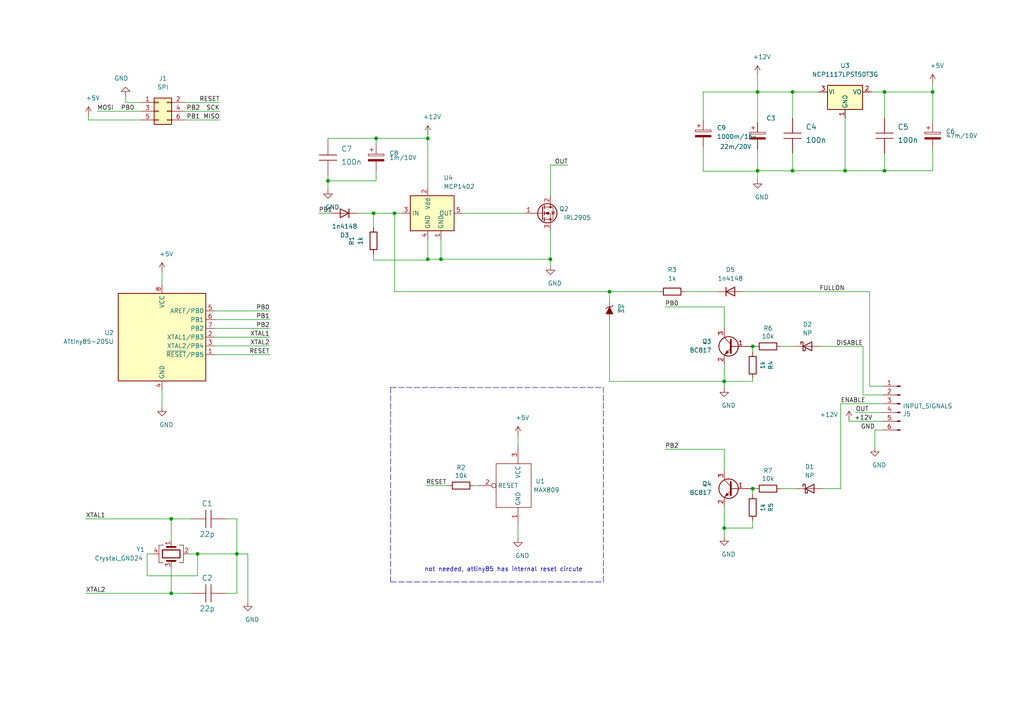
<source format=kicad_sch>
(kicad_sch (version 20200602) (host eeschema "5.99.0-unknown-6083c08~88~ubuntu18.04.1")
  (page 1 1)
  (paper "A4")
  (lib_symbols
    (symbol "Connector:Conn_01x06_Male" (pin_names hide)
      (property "Reference" "J" (at 0 7.62 0))
      (property "Value" "Conn_01x06_Male" (at 0 -10.16 0))
      (symbol "Conn_01x06_Male_1_1"
        (rectangle (start 0.8636 -7.493) (end 0 -7.747) (stroke (width 0.1524)) (fill (type outline)))
        (rectangle (start 0.8636 -4.953) (end 0 -5.207) (stroke (width 0.1524)) (fill (type outline)))
        (rectangle (start 0.8636 -2.413) (end 0 -2.667) (stroke (width 0.1524)) (fill (type outline)))
        (rectangle (start 0.8636 0.127) (end 0 -0.127) (stroke (width 0.1524)) (fill (type outline)))
        (rectangle (start 0.8636 2.667) (end 0 2.413) (stroke (width 0.1524)) (fill (type outline)))
        (rectangle (start 0.8636 5.207) (end 0 4.953) (stroke (width 0.1524)) (fill (type outline)))
        (polyline (pts (xy 1.27 -7.62) (xy 0.8636 -7.62)) (stroke (width 0.1524)))
        (polyline (pts (xy 1.27 -5.08) (xy 0.8636 -5.08)) (stroke (width 0.1524)))
        (polyline (pts (xy 1.27 -2.54) (xy 0.8636 -2.54)) (stroke (width 0.1524)))
        (polyline (pts (xy 1.27 0) (xy 0.8636 0)) (stroke (width 0.1524)))
        (polyline (pts (xy 1.27 2.54) (xy 0.8636 2.54)) (stroke (width 0.1524)))
        (polyline (pts (xy 1.27 5.08) (xy 0.8636 5.08)) (stroke (width 0.1524)))
        (pin passive line (at 5.08 5.08 180) (length 3.81) (name "Pin_1") (number "1"))
        (pin passive line (at 5.08 2.54 180) (length 3.81) (name "Pin_2") (number "2"))
        (pin passive line (at 5.08 0 180) (length 3.81) (name "Pin_3") (number "3"))
        (pin passive line (at 5.08 -2.54 180) (length 3.81) (name "Pin_4") (number "4"))
        (pin passive line (at 5.08 -5.08 180) (length 3.81) (name "Pin_5") (number "5"))
        (pin passive line (at 5.08 -7.62 180) (length 3.81) (name "Pin_6") (number "6"))
      )
    )
    (symbol "Connector_Generic:Conn_02x03_Odd_Even" (pin_names hide)
      (property "Reference" "J" (at 1.27 5.08 0))
      (property "Value" "Conn_02x03_Odd_Even" (at 1.27 -5.08 0))
      (symbol "Conn_02x03_Odd_Even_1_1"
        (rectangle (start -1.27 -2.413) (end 0 -2.667))
        (rectangle (start -1.27 0.127) (end 0 -0.127))
        (rectangle (start -1.27 2.667) (end 0 2.413))
        (rectangle (start -1.27 3.81) (end 3.81 -3.81) (stroke (width 0.254)) (fill (type background)))
        (rectangle (start 3.81 -2.413) (end 2.54 -2.667))
        (rectangle (start 3.81 0.127) (end 2.54 -0.127))
        (rectangle (start 3.81 2.667) (end 2.54 2.413))
        (pin passive line (at -5.08 2.54 0) (length 3.81) (name "Pin_1") (number "1"))
        (pin passive line (at 7.62 2.54 180) (length 3.81) (name "Pin_2") (number "2"))
        (pin passive line (at -5.08 0 0) (length 3.81) (name "Pin_3") (number "3"))
        (pin passive line (at 7.62 0 180) (length 3.81) (name "Pin_4") (number "4"))
        (pin passive line (at -5.08 -2.54 0) (length 3.81) (name "Pin_5") (number "5"))
        (pin passive line (at 7.62 -2.54 180) (length 3.81) (name "Pin_6") (number "6"))
      )
    )
    (symbol "Device:CP" (pin_numbers hide) (pin_names (offset 0.254))
      (property "Reference" "C" (at 0.635 2.54 0))
      (property "Value" "CP" (at 0.635 -2.54 0))
      (symbol "CP_0_1"
        (rectangle (start -2.286 0.508) (end 2.286 1.016))
        (rectangle (start 2.286 -0.508) (end -2.286 -1.016) (fill (type outline)))
        (polyline (pts (xy -1.778 2.286) (xy -0.762 2.286)))
        (polyline (pts (xy -1.27 2.794) (xy -1.27 1.778)))
      )
      (symbol "CP_1_1"
        (pin passive line (at 0 3.81 270) (length 2.794) (name "~") (number "1"))
        (pin passive line (at 0 -3.81 90) (length 2.794) (name "~") (number "2"))
      )
    )
    (symbol "Device:Crystal_GND24" (pin_names hide)
      (property "Reference" "Y" (at 3.175 5.08 0))
      (property "Value" "Crystal_GND24" (at 3.175 3.175 0))
      (symbol "Crystal_GND24_0_1"
        (rectangle (start -1.143 2.54) (end 1.143 -2.54) (stroke (width 0.3048)))
        (polyline (pts (xy -2.54 0) (xy -2.032 0)))
        (polyline (pts (xy -2.032 -1.27) (xy -2.032 1.27)) (stroke (width 0.508)))
        (polyline (pts (xy 0 -3.81) (xy 0 -3.556)))
        (polyline (pts (xy 0 3.556) (xy 0 3.81)))
        (polyline (pts (xy 2.032 -1.27) (xy 2.032 1.27)) (stroke (width 0.508)))
        (polyline (pts (xy 2.032 0) (xy 2.54 0)))
        (polyline (pts (xy -2.54 -2.286) (xy -2.54 -3.556) (xy 2.54 -3.556) (xy 2.54 -2.286)))
        (polyline (pts (xy -2.54 2.286) (xy -2.54 3.556) (xy 2.54 3.556) (xy 2.54 2.286)))
      )
      (symbol "Crystal_GND24_1_1"
        (pin passive line (at -3.81 0 0) (length 1.27) (name "1") (number "1"))
        (pin passive line (at 0 5.08 270) (length 1.27) (name "2") (number "2"))
        (pin passive line (at 3.81 0 180) (length 1.27) (name "3") (number "3"))
        (pin passive line (at 0 -5.08 90) (length 1.27) (name "4") (number "4"))
      )
    )
    (symbol "Device:D" (pin_numbers hide) (pin_names hide)
      (property "Reference" "D" (at 0 2.54 0))
      (property "Value" "D" (at 0 -2.54 0))
      (symbol "D_0_1"
        (polyline (pts (xy -1.27 1.27) (xy -1.27 -1.27)) (stroke (width 0.254)))
        (polyline (pts (xy 1.27 0) (xy -1.27 0)))
        (polyline (pts (xy 1.27 1.27) (xy 1.27 -1.27) (xy -1.27 0) (xy 1.27 1.27)) (stroke (width 0.254)))
      )
      (symbol "D_1_1"
        (pin passive line (at -3.81 0 0) (length 2.54) (name "K") (number "1"))
        (pin passive line (at 3.81 0 180) (length 2.54) (name "A") (number "2"))
      )
    )
    (symbol "Device:D_Schottky" (pin_numbers hide) (pin_names hide)
      (property "Reference" "D" (at 0 2.54 0))
      (property "Value" "D_Schottky" (at 0 -2.54 0))
      (symbol "D_Schottky_0_1"
        (polyline (pts (xy 1.27 0) (xy -1.27 0)))
        (polyline (pts (xy 1.27 1.27) (xy 1.27 -1.27) (xy -1.27 0) (xy 1.27 1.27)) (stroke (width 0.254)))
        (polyline (pts (xy -1.905 0.635) (xy -1.905 1.27) (xy -1.27 1.27) (xy -1.27 -1.27) (xy -0.635 -1.27) (xy -0.635 -0.635)) (stroke (width 0.254)))
      )
      (symbol "D_Schottky_1_1"
        (pin passive line (at -3.81 0 0) (length 2.54) (name "K") (number "1"))
        (pin passive line (at 3.81 0 180) (length 2.54) (name "A") (number "2"))
      )
    )
    (symbol "Device:Q_NMOS_GDS" (pin_names (offset 0) hide)
      (property "Reference" "Q" (at 5.08 1.27 0))
      (property "Value" "Q_NMOS_GDS" (at 5.08 -1.27 0))
      (symbol "Q_NMOS_GDS_0_1"
        (circle (center 1.651 0) (radius 2.794) (stroke (width 0.254)))
        (circle (center 2.54 -1.778) (radius 0.254) (fill (type outline)))
        (circle (center 2.54 1.778) (radius 0.254) (fill (type outline)))
        (polyline (pts (xy 0.254 0) (xy -2.54 0)))
        (polyline (pts (xy 0.254 1.905) (xy 0.254 -1.905)) (stroke (width 0.254)))
        (polyline (pts (xy 0.762 -1.27) (xy 0.762 -2.286)) (stroke (width 0.254)))
        (polyline (pts (xy 0.762 0.508) (xy 0.762 -0.508)) (stroke (width 0.254)))
        (polyline (pts (xy 0.762 2.286) (xy 0.762 1.27)) (stroke (width 0.254)))
        (polyline (pts (xy 2.54 2.54) (xy 2.54 1.778)))
        (polyline (pts (xy 2.54 -2.54) (xy 2.54 0) (xy 0.762 0)))
        (polyline (pts (xy 0.762 -1.778) (xy 3.302 -1.778) (xy 3.302 1.778) (xy 0.762 1.778)))
        (polyline (pts (xy 1.016 0) (xy 2.032 0.381) (xy 2.032 -0.381) (xy 1.016 0)) (fill (type outline)))
        (polyline (pts (xy 2.794 0.508) (xy 2.921 0.381) (xy 3.683 0.381) (xy 3.81 0.254)))
        (polyline (pts (xy 3.302 0.381) (xy 2.921 -0.254) (xy 3.683 -0.254) (xy 3.302 0.381)))
      )
      (symbol "Q_NMOS_GDS_1_1"
        (pin input line (at -5.08 0 0) (length 2.54) (name "G") (number "1"))
        (pin passive line (at 2.54 5.08 270) (length 2.54) (name "D") (number "2"))
        (pin passive line (at 2.54 -5.08 90) (length 2.54) (name "S") (number "3"))
      )
    )
    (symbol "Device:R" (pin_numbers hide) (pin_names (offset 0))
      (property "Reference" "R" (at 2.032 0 90))
      (property "Value" "R" (at 0 0 90))
      (symbol "R_0_1"
        (rectangle (start -1.016 -2.54) (end 1.016 2.54) (stroke (width 0.254)))
      )
      (symbol "R_1_1"
        (pin passive line (at 0 3.81 270) (length 1.27) (name "~") (number "1"))
        (pin passive line (at 0 -3.81 90) (length 1.27) (name "~") (number "2"))
      )
    )
    (symbol "Device:R_15" (pin_numbers hide) (pin_names (offset 0))
      (property "Reference" "R" (at 2.032 0 90))
      (property "Value" "R" (at 0 0 90))
      (symbol "R_15_0_1"
        (rectangle (start -1.016 -2.54) (end 1.016 2.54) (stroke (width 0.254)))
      )
      (symbol "R_15_1_1"
        (pin passive line (at 0 3.81 270) (length 1.27) (name "~") (number "1"))
        (pin passive line (at 0 -3.81 90) (length 1.27) (name "~") (number "2"))
      )
    )
    (symbol "Device:R_17" (pin_numbers hide) (pin_names (offset 0))
      (property "Reference" "R" (at 2.032 0 90))
      (property "Value" "R" (at 0 0 90))
      (symbol "R_17_0_1"
        (rectangle (start -1.016 -2.54) (end 1.016 2.54) (stroke (width 0.254)))
      )
      (symbol "R_17_1_1"
        (pin passive line (at 0 3.81 270) (length 1.27) (name "~") (number "1"))
        (pin passive line (at 0 -3.81 90) (length 1.27) (name "~") (number "2"))
      )
    )
    (symbol "Device:R_18" (pin_numbers hide) (pin_names (offset 0))
      (property "Reference" "R" (at 2.032 0 90))
      (property "Value" "R" (at 0 0 90))
      (symbol "R_18_0_1"
        (rectangle (start -1.016 -2.54) (end 1.016 2.54) (stroke (width 0.254)))
      )
      (symbol "R_18_1_1"
        (pin passive line (at 0 3.81 270) (length 1.27) (name "~") (number "1"))
        (pin passive line (at 0 -3.81 90) (length 1.27) (name "~") (number "2"))
      )
    )
    (symbol "Driver_FET_moje:MCP1402" (pin_names (offset 0.508))
      (property "Reference" "U" (at -5.08 6.35 0))
      (property "Value" "MCP1402" (at 1.27 6.35 0))
      (symbol "MCP1402_0_1"
        (rectangle (start -5.08 5.08) (end 7.62 -5.08) (stroke (width 0.254)) (fill (type background)))
      )
      (symbol "MCP1402_1_1"
        (pin unconnected line (at 7.62 -2.54 180) (length 2.54) hide (name "NC") (number "1"))
        (pin power_in line (at 0 7.62 270) (length 2.54) (name "Vdd") (number "2"))
        (pin input line (at -7.62 0 0) (length 2.54) (name "IN") (number "3"))
        (pin power_in line (at 0 -7.62 90) (length 2.54) (name "GND") (number "4"))
        (pin output line (at 10.16 0 180) (length 2.54) (name "OUT") (number "5"))
        (pin power_in line (at 3.81 -7.62 90) (length 2.54) (name "GND") (number "1"))
      )
    )
    (symbol "MAX809_810:MAX809"
      (property "Reference" "U" (at 5.08 -10.16 0))
      (property "Value" "MAX809" (at 3.81 -11.43 0))
      (symbol "MAX809_0_1"
        (rectangle (start -5.08 -8.89) (end -5.08 3.81))
        (rectangle (start -5.08 -8.89) (end 5.08 -8.89))
        (rectangle (start -5.08 3.81) (end 5.08 3.81))
        (rectangle (start 5.08 3.81) (end 5.08 -8.89))
      )
      (symbol "MAX809_1_1"
        (pin power_in line (at -1.27 -13.97 90) (length 5.08) (name "GND") (number "1"))
        (pin output inverted (at 10.16 -2.54 180) (length 5.08) (name "RESET") (number "2"))
        (pin power_in line (at -1.27 8.89 270) (length 5.08) (name "VCC") (number "3"))
      )
    )
    (symbol "MCU_Microchip_ATtiny:ATtiny85-20SU" (pin_names (offset 0.508))
      (property "Reference" "U" (at -12.7 13.97 0))
      (property "Value" "ATtiny85-20SU" (at 2.54 -13.97 0))
      (symbol "ATtiny85-20SU_0_1"
        (rectangle (start -12.7 -12.7) (end 12.7 12.7) (stroke (width 0.254)) (fill (type background)))
      )
      (symbol "ATtiny85-20SU_1_1"
        (pin bidirectional line (at 15.24 -5.08 180) (length 2.54) (name "~RESET~/PB5") (number "1"))
        (pin bidirectional line (at 15.24 0 180) (length 2.54) (name "XTAL1/PB3") (number "2"))
        (pin bidirectional line (at 15.24 -2.54 180) (length 2.54) (name "XTAL2/PB4") (number "3"))
        (pin power_in line (at 0 -15.24 90) (length 2.54) (name "GND") (number "4"))
        (pin bidirectional line (at 15.24 7.62 180) (length 2.54) (name "AREF/PB0") (number "5"))
        (pin bidirectional line (at 15.24 5.08 180) (length 2.54) (name "PB1") (number "6"))
        (pin bidirectional line (at 15.24 2.54 180) (length 2.54) (name "PB2") (number "7"))
        (pin power_in line (at 0 15.24 270) (length 2.54) (name "VCC") (number "8"))
      )
    )
    (symbol "Regulator_Linear:AP1117-50" (pin_names (offset 0.254))
      (property "Reference" "U" (at -3.81 3.175 0))
      (property "Value" "AP1117-50" (at 0 3.175 0))
      (symbol "AP1117-50_0_1"
        (rectangle (start -5.08 -5.08) (end 5.08 1.905) (stroke (width 0.254)) (fill (type background)))
      )
      (symbol "AP1117-50_1_1"
        (pin power_in line (at 0 -7.62 90) (length 2.54) (name "GND") (number "1"))
        (pin power_out line (at 7.62 0 180) (length 2.54) (name "VO") (number "2"))
        (pin power_in line (at -7.62 0 0) (length 2.54) (name "VI") (number "3"))
      )
    )
    (symbol "Transistor_BJT:BC817_13" (pin_names (offset 0) hide)
      (property "Reference" "Q" (at 5.08 1.905 0))
      (property "Value" "BC817" (at 5.08 0 0))
      (symbol "BC817_13_0_1"
        (circle (center 1.27 0) (radius 2.8194) (stroke (width 0.254)))
        (polyline (pts (xy 0.635 0.635) (xy 2.54 2.54)))
        (polyline (pts (xy 0.635 -0.635) (xy 2.54 -2.54) (xy 2.54 -2.54)))
        (polyline (pts (xy 0.635 1.905) (xy 0.635 -1.905) (xy 0.635 -1.905)) (stroke (width 0.508)))
        (polyline (pts (xy 1.27 -1.778) (xy 1.778 -1.27) (xy 2.286 -2.286) (xy 1.27 -1.778) (xy 1.27 -1.778)) (fill (type outline)))
      )
      (symbol "BC817_13_1_1"
        (pin input line (at -5.08 0 0) (length 5.715) (name "B") (number "1"))
        (pin passive line (at 2.54 -5.08 90) (length 2.54) (name "E") (number "2"))
        (pin passive line (at 2.54 5.08 270) (length 2.54) (name "C") (number "3"))
      )
    )
    (symbol "c:C" (pin_numbers hide) (pin_names (offset 0.254))
      (property "Reference" "C" (at 1.27 2.54 0))
      (property "Value" "C" (at 1.27 -2.54 0))
      (symbol "C_0_1"
        (polyline (pts (xy -2.54 -0.762) (xy 2.54 -0.762)) (stroke (width 0.2032)))
        (polyline (pts (xy -2.54 0.762) (xy 2.54 0.762)) (stroke (width 0.2032)))
      )
      (symbol "C_1_1"
        (pin passive line (at 0 5.08 270) (length 4.318) (name "~") (number "1"))
        (pin passive line (at 0 -5.08 90) (length 4.318) (name "~") (number "2"))
      )
    )
    (symbol "power:+12V" (power) (pin_names (offset 0))
      (property "Value" "+12V" (at 0 3.556 0))
      (symbol "+12V_0_1"
        (polyline (pts (xy -0.762 1.27) (xy 0 2.54)))
        (polyline (pts (xy 0 0) (xy 0 2.54)))
        (polyline (pts (xy 0 2.54) (xy 0.762 1.27)))
      )
      (symbol "+12V_1_1"
        (pin power_in line (at 0 0 90) (length 0) hide (name "+12V") (number "1"))
      )
    )
    (symbol "power:+5V" (power) (pin_names (offset 0))
      (property "Value" "+5V" (at 0 3.556 0))
      (symbol "+5V_0_1"
        (polyline (pts (xy -0.762 1.27) (xy 0 2.54)))
        (polyline (pts (xy 0 0) (xy 0 2.54)))
        (polyline (pts (xy 0 2.54) (xy 0.762 1.27)))
      )
      (symbol "+5V_1_1"
        (pin power_in line (at 0 0 90) (length 0) hide (name "+5V") (number "1"))
      )
    )
    (symbol "power:GND" (power) (pin_names (offset 0))
      (property "Value" "GND" (at 0 -3.81 0))
      (symbol "GND_0_1"
        (polyline (pts (xy 0 0) (xy 0 -1.27) (xy 1.27 -1.27) (xy 0 -2.54) (xy -1.27 -1.27) (xy 0 -1.27)))
      )
      (symbol "GND_1_1"
        (pin power_in line (at 0 0 270) (length 0) hide (name "GND") (number "1"))
      )
    )
    (symbol "tech-thing:ZENER" (pin_numbers hide) (pin_names hide)
      (property "Reference" "D" (at 0 2.54 0))
      (property "Value" "ZENER" (at 0 -2.54 0))
      (symbol "ZENER_0_1"
        (polyline (pts (xy -1.524 1.016) (xy -1.016 0.508) (xy -1.016 -0.508) (xy -0.508 -1.016)) (stroke (width 0.2032)))
        (polyline (pts (xy 1.016 1.016) (xy -1.016 0) (xy 1.016 -1.016) (xy 1.016 1.016)) (fill (type outline)))
      )
      (symbol "ZENER_1_1"
        (pin passive line (at -2.54 0 0) (length 1.524) (name "K") (number "1"))
        (pin passive line (at 2.54 0 180) (length 1.524) (name "A") (number "2"))
      )
    )
  )
  (junction (at 49.657 150.495))
  (junction (at 49.657 172.085))
  (junction (at 57.277 160.655))
  (junction (at 68.707 160.655))
  (junction (at 95.123 52.451))
  (junction (at 108.331 61.849))
  (junction (at 109.093 40.132))
  (junction (at 114.427 61.849))
  (junction (at 124.079 40.132))
  (junction (at 124.079 75.184))
  (junction (at 127.889 75.184))
  (junction (at 159.639 75.184))
  (junction (at 176.784 84.582))
  (junction (at 210.058 110.617))
  (junction (at 210.058 153.162))
  (junction (at 218.313 100.457))
  (junction (at 218.313 141.732))
  (junction (at 219.71 26.67))
  (junction (at 219.71 49.53))
  (junction (at 229.87 26.67))
  (junction (at 229.87 49.53))
  (junction (at 245.11 49.53))
  (junction (at 256.54 26.67))
  (junction (at 256.54 49.53))
  (junction (at 270.51 26.67))
  (wire (pts (xy 24.892 150.495) (xy 49.657 150.495)))
  (wire (pts (xy 25.654 33.528) (xy 25.654 34.798)))
  (wire (pts (xy 25.654 34.798) (xy 40.894 34.798)))
  (wire (pts (xy 28.194 32.258) (xy 40.894 32.258)))
  (wire (pts (xy 36.449 27.813) (xy 36.449 29.718)))
  (wire (pts (xy 36.449 29.718) (xy 40.894 29.718)))
  (wire (pts (xy 42.672 160.655) (xy 42.672 167.005)))
  (wire (pts (xy 42.672 167.005) (xy 57.277 167.005)))
  (wire (pts (xy 44.577 160.655) (xy 42.672 160.655)))
  (wire (pts (xy 46.99 78.74) (xy 46.99 82.55)))
  (wire (pts (xy 46.99 113.03) (xy 46.99 118.11)))
  (wire (pts (xy 49.657 150.495) (xy 49.657 156.845)))
  (wire (pts (xy 49.657 150.495) (xy 55.372 150.495)))
  (wire (pts (xy 49.657 164.465) (xy 49.657 172.085)))
  (wire (pts (xy 49.657 172.085) (xy 24.892 172.085)))
  (wire (pts (xy 49.657 172.085) (xy 55.372 172.085)))
  (wire (pts (xy 53.594 29.718) (xy 63.754 29.718)))
  (wire (pts (xy 53.594 32.258) (xy 63.754 32.258)))
  (wire (pts (xy 53.594 34.798) (xy 63.754 34.798)))
  (wire (pts (xy 57.277 160.655) (xy 54.737 160.655)))
  (wire (pts (xy 57.277 160.655) (xy 68.707 160.655)))
  (wire (pts (xy 57.277 167.005) (xy 57.277 160.655)))
  (wire (pts (xy 62.23 90.17) (xy 78.232 90.17)))
  (wire (pts (xy 62.23 92.71) (xy 78.232 92.71)))
  (wire (pts (xy 62.23 95.25) (xy 78.232 95.25)))
  (wire (pts (xy 62.23 97.79) (xy 78.232 97.79)))
  (wire (pts (xy 62.23 100.33) (xy 78.232 100.33)))
  (wire (pts (xy 62.23 102.87) (xy 78.232 102.87)))
  (wire (pts (xy 65.532 150.495) (xy 68.707 150.495)))
  (wire (pts (xy 68.707 150.495) (xy 68.707 160.655)))
  (wire (pts (xy 68.707 160.655) (xy 68.707 172.085)))
  (wire (pts (xy 68.707 160.655) (xy 71.882 160.655)))
  (wire (pts (xy 68.707 172.085) (xy 65.532 172.085)))
  (wire (pts (xy 71.882 174.625) (xy 71.882 160.655)))
  (wire (pts (xy 92.456 61.849) (xy 96.139 61.849)))
  (wire (pts (xy 95.123 40.132) (xy 109.093 40.132)))
  (wire (pts (xy 95.123 40.64) (xy 95.123 40.132)))
  (wire (pts (xy 95.123 52.451) (xy 95.123 50.8)))
  (wire (pts (xy 95.123 52.451) (xy 95.123 54.991)))
  (wire (pts (xy 103.759 61.849) (xy 108.331 61.849)))
  (wire (pts (xy 108.331 61.849) (xy 108.331 66.04)))
  (wire (pts (xy 108.331 61.849) (xy 114.427 61.849)))
  (wire (pts (xy 108.331 73.66) (xy 108.331 75.438)))
  (wire (pts (xy 108.331 75.438) (xy 124.079 75.438)))
  (wire (pts (xy 109.093 40.132) (xy 109.093 41.91)))
  (wire (pts (xy 109.093 40.132) (xy 124.079 40.132)))
  (wire (pts (xy 109.093 49.53) (xy 109.093 52.451)))
  (wire (pts (xy 109.093 52.451) (xy 95.123 52.451)))
  (wire (pts (xy 114.427 61.849) (xy 116.459 61.849)))
  (wire (pts (xy 114.427 84.582) (xy 114.427 61.849)))
  (wire (pts (xy 114.427 84.582) (xy 176.784 84.582)))
  (wire (pts (xy 123.571 140.843) (xy 129.921 140.843)))
  (wire (pts (xy 124.079 38.989) (xy 124.079 40.132)))
  (wire (pts (xy 124.079 40.132) (xy 124.079 54.229)))
  (wire (pts (xy 124.079 75.184) (xy 124.079 69.469)))
  (wire (pts (xy 124.079 75.184) (xy 127.889 75.184)))
  (wire (pts (xy 124.079 75.438) (xy 124.079 75.184)))
  (wire (pts (xy 127.889 69.469) (xy 127.889 75.184)))
  (wire (pts (xy 127.889 75.184) (xy 159.639 75.184)))
  (wire (pts (xy 134.239 61.849) (xy 152.019 61.849)))
  (wire (pts (xy 137.541 140.843) (xy 138.811 140.843)))
  (wire (pts (xy 150.241 126.238) (xy 150.241 129.413)))
  (wire (pts (xy 150.241 152.273) (xy 150.241 156.083)))
  (wire (pts (xy 159.639 47.879) (xy 159.639 56.769)))
  (wire (pts (xy 159.639 66.929) (xy 159.639 75.184)))
  (wire (pts (xy 159.639 75.184) (xy 159.639 77.089)))
  (wire (pts (xy 164.719 47.879) (xy 159.639 47.879)))
  (wire (pts (xy 176.784 84.582) (xy 176.784 87.503)))
  (wire (pts (xy 176.784 84.582) (xy 191.135 84.582)))
  (wire (pts (xy 176.784 92.583) (xy 176.784 110.617)))
  (wire (pts (xy 176.784 110.617) (xy 210.058 110.617)))
  (wire (pts (xy 192.913 89.027) (xy 210.058 89.027)))
  (wire (pts (xy 192.913 130.302) (xy 210.058 130.302)))
  (wire (pts (xy 203.962 26.67) (xy 203.962 34.925)))
  (wire (pts (xy 203.962 42.545) (xy 203.962 49.657)))
  (wire (pts (xy 203.962 49.657) (xy 219.71 49.657)))
  (wire (pts (xy 208.026 84.582) (xy 198.755 84.582)))
  (wire (pts (xy 210.058 95.377) (xy 210.058 89.027)))
  (wire (pts (xy 210.058 105.537) (xy 210.058 110.617)))
  (wire (pts (xy 210.058 110.617) (xy 210.058 112.522)))
  (wire (pts (xy 210.058 136.652) (xy 210.058 130.302)))
  (wire (pts (xy 210.058 146.812) (xy 210.058 153.162)))
  (wire (pts (xy 210.058 153.162) (xy 210.058 155.702)))
  (wire (pts (xy 217.678 100.457) (xy 218.313 100.457)))
  (wire (pts (xy 217.678 141.732) (xy 218.313 141.732)))
  (wire (pts (xy 218.313 100.457) (xy 218.313 102.108)))
  (wire (pts (xy 218.313 100.457) (xy 218.948 100.457)))
  (wire (pts (xy 218.313 109.728) (xy 218.313 110.617)))
  (wire (pts (xy 218.313 110.617) (xy 210.058 110.617)))
  (wire (pts (xy 218.313 141.732) (xy 218.313 143.383)))
  (wire (pts (xy 218.313 141.732) (xy 218.948 141.732)))
  (wire (pts (xy 218.313 151.003) (xy 218.313 153.162)))
  (wire (pts (xy 218.313 153.162) (xy 210.058 153.162)))
  (wire (pts (xy 219.71 21.59) (xy 219.71 26.67)))
  (wire (pts (xy 219.71 26.67) (xy 203.962 26.67)))
  (wire (pts (xy 219.71 26.67) (xy 219.71 35.56)))
  (wire (pts (xy 219.71 26.67) (xy 229.87 26.67)))
  (wire (pts (xy 219.71 43.18) (xy 219.71 49.53)))
  (wire (pts (xy 219.71 49.53) (xy 219.71 52.07)))
  (wire (pts (xy 219.71 49.657) (xy 219.71 49.53)))
  (wire (pts (xy 226.568 100.457) (xy 230.378 100.457)))
  (wire (pts (xy 226.568 141.732) (xy 231.013 141.732)))
  (wire (pts (xy 229.87 26.67) (xy 237.49 26.67)))
  (wire (pts (xy 229.87 34.29) (xy 229.87 26.67)))
  (wire (pts (xy 229.87 44.45) (xy 229.87 49.53)))
  (wire (pts (xy 229.87 49.53) (xy 219.71 49.53)))
  (wire (pts (xy 237.998 100.457) (xy 250.317 100.457)))
  (wire (pts (xy 238.633 141.732) (xy 243.84 141.732)))
  (wire (pts (xy 243.84 117.094) (xy 243.84 141.732)))
  (wire (pts (xy 245.11 34.29) (xy 245.11 49.53)))
  (wire (pts (xy 245.11 49.53) (xy 229.87 49.53)))
  (wire (pts (xy 246.253 121.793) (xy 246.253 122.174)))
  (wire (pts (xy 246.253 122.174) (xy 256.032 122.174)))
  (wire (pts (xy 248.158 119.634) (xy 256.032 119.634)))
  (wire (pts (xy 250.317 114.554) (xy 250.317 100.457)))
  (wire (pts (xy 250.317 114.554) (xy 256.032 114.554)))
  (wire (pts (xy 252.222 84.582) (xy 215.646 84.582)))
  (wire (pts (xy 252.222 112.014) (xy 252.222 84.582)))
  (wire (pts (xy 252.73 26.67) (xy 256.54 26.67)))
  (wire (pts (xy 253.746 124.714) (xy 253.746 129.794)))
  (wire (pts (xy 253.746 124.714) (xy 256.032 124.714)))
  (wire (pts (xy 256.032 112.014) (xy 252.222 112.014)))
  (wire (pts (xy 256.032 117.094) (xy 243.84 117.094)))
  (wire (pts (xy 256.54 26.67) (xy 256.54 34.29)))
  (wire (pts (xy 256.54 26.67) (xy 270.51 26.67)))
  (wire (pts (xy 256.54 44.45) (xy 256.54 49.53)))
  (wire (pts (xy 256.54 49.53) (xy 245.11 49.53)))
  (wire (pts (xy 270.51 24.13) (xy 270.51 26.67)))
  (wire (pts (xy 270.51 26.67) (xy 270.51 35.56)))
  (wire (pts (xy 270.51 43.18) (xy 270.51 49.53)))
  (wire (pts (xy 270.51 49.53) (xy 256.54 49.53)))
  (polyline (pts (xy 113.284 112.395) (xy 113.284 168.783)) (stroke (width 0) (type dash)))
  (polyline (pts (xy 113.284 112.395) (xy 175.006 112.395)) (stroke (width 0) (type dash)))
  (polyline (pts (xy 113.284 168.783) (xy 175.006 168.783)) (stroke (width 0) (type dash)))
  (polyline (pts (xy 175.006 168.783) (xy 175.006 112.395)) (stroke (width 0) (type dash)))
  (text "not needed, attiny85 has internal reset circute" (at 169.037 165.989 180) (effects (font (size 1.27 1.27)) (justify right bottom)))
  (label "XTAL1" (at 24.892 150.495 0))
  (label "XTAL2" (at 24.892 172.085 0))
  (label "MOSI" (at 28.194 32.258 0))
  (label "PB0" (at 38.989 32.258 180))
  (label "PB2" (at 58.039 32.258 180))
  (label "PB1" (at 58.039 34.798 180))
  (label "RESET" (at 63.754 29.718 180))
  (label "SCK" (at 63.754 32.258 180))
  (label "MISO" (at 63.754 34.798 180))
  (label "PB0" (at 78.232 90.17 180))
  (label "PB1" (at 78.232 92.71 180))
  (label "PB2" (at 78.232 95.25 180))
  (label "XTAL1" (at 78.232 97.79 180))
  (label "XTAL2" (at 78.232 100.33 180))
  (label "RESET" (at 78.232 102.87 180))
  (label "PB1" (at 92.456 61.849 0))
  (label "RESET" (at 123.571 140.843 0))
  (label "OUT" (at 164.719 47.879 180))
  (label "PB0" (at 192.913 89.027 0))
  (label "PB2" (at 192.913 130.302 0))
  (label "ENABLE" (at 243.84 117.094 0))
  (label "FULLON" (at 245.0084 84.582 180))
  (label "+12V" (at 247.777 122.174 0))
  (label "OUT" (at 248.158 119.634 0))
  (label "DISABLE" (at 250.317 100.4824 180))
  (label "GND" (at 253.746 124.7394 180))
  (symbol (lib_id "power:+5V") (at 25.654 33.528 0) (unit 1)
    (property "Reference" "#PWR0110" (effects hide))
    (property "Value" "+5V" (at 26.924 28.448 0))
  )
  (symbol (lib_id "power:+5V") (at 46.99 78.74 0) (unit 1)
    (property "Reference" "#PWR0111" (effects hide))
    (property "Value" "+5V" (at 48.26 73.66 0))
  )
  (symbol (lib_id "power:+12V") (at 124.079 38.989 0) (unit 1)
    (property "Reference" "#PWR0101" (effects hide))
    (property "Value" "+12V" (at 125.349 33.909 0))
  )
  (symbol (lib_id "power:+5V") (at 150.241 126.238 0) (unit 1)
    (property "Reference" "#PWR0107" (effects hide))
    (property "Value" "+5V" (at 151.511 121.158 0))
  )
  (symbol (lib_id "power:+12V") (at 219.71 21.59 0) (unit 1)
    (property "Reference" "#PWR0103" (effects hide))
    (property "Value" "+12V" (at 220.98 16.51 0))
  )
  (symbol (lib_id "power:+12V") (at 246.253 121.793 0) (unit 1)
    (property "Reference" "#PWR01" (effects hide))
    (property "Value" "+12V" (at 240.411 120.269 0))
  )
  (symbol (lib_id "power:+5V") (at 270.51 24.13 0) (unit 1)
    (property "Reference" "#PWR0104" (effects hide))
    (property "Value" "+5V" (at 271.78 19.05 0))
  )
  (symbol (lib_id "power:GND") (at 36.449 27.813 180) (unit 1)
    (property "Reference" "#PWR0109" (effects hide))
    (property "Value" "GND" (at 35.179 22.733 0))
  )
  (symbol (lib_id "power:GND") (at 46.99 118.11 0) (unit 1)
    (property "Reference" "#PWR0108" (effects hide))
    (property "Value" "GND" (at 48.26 123.19 0))
  )
  (symbol (lib_id "power:GND") (at 71.882 174.625 0) (unit 1)
    (property "Reference" "#PWR0105" (effects hide))
    (property "Value" "GND" (at 73.152 179.705 0))
  )
  (symbol (lib_id "power:GND") (at 95.123 54.991 0) (unit 1)
    (property "Reference" "#PWR02" (effects hide))
    (property "Value" "GND" (at 96.393 60.071 0))
  )
  (symbol (lib_id "power:GND") (at 150.241 156.083 0) (unit 1)
    (property "Reference" "#PWR0106" (effects hide))
    (property "Value" "GND" (at 151.511 161.163 0))
  )
  (symbol (lib_id "power:GND") (at 159.639 77.089 0) (unit 1)
    (property "Reference" "#PWR0112" (effects hide))
    (property "Value" "GND" (at 160.909 82.169 0))
  )
  (symbol (lib_id "power:GND") (at 210.058 112.522 0) (unit 1)
    (property "Reference" "#PWR0114" (effects hide))
    (property "Value" "GND" (at 211.328 117.602 0))
  )
  (symbol (lib_id "power:GND") (at 210.058 155.702 0) (unit 1)
    (property "Reference" "#PWR0113" (effects hide))
    (property "Value" "GND" (at 211.328 160.782 0))
  )
  (symbol (lib_id "power:GND") (at 219.71 52.07 0) (unit 1)
    (property "Reference" "#PWR0102" (effects hide))
    (property "Value" "GND" (at 220.98 57.15 0))
  )
  (symbol (lib_id "power:GND") (at 253.746 129.794 0) (unit 1)
    (property "Reference" "#PWR0115" (effects hide))
    (property "Value" "GND" (at 255.016 134.874 0))
  )
  (symbol (lib_id "tech-thing:ZENER") (at 176.784 90.043 270) (unit 1)
    (property "Reference" "D4" (at 179.07 88.9 90) (effects (font (size 1.016 1.016)) (justify left)))
    (property "Value" "5V1" (at 179.07 90.17 90) (effects (font (size 0.762 0.762)) (justify left)))
    (property "Footprint" "Diodes_SMD.pretty:MiniMELF_Handsoldering" (effects hide))
  )
  (symbol (lib_id "Device:R") (at 108.331 69.85 180) (unit 1)
    (property "Reference" "R1" (at 101.981 69.85 90))
    (property "Value" "1k" (at 104.521 69.85 90))
    (property "Footprint" "Resistors_SMD.pretty:R_0805_HandSoldering" (effects hide))
  )
  (symbol (lib_name "Device:R_15") (lib_id "Device:R") (at 133.731 140.843 90) (unit 1)
    (property "Reference" "R2" (at 133.731 135.611 90))
    (property "Value" "10k" (at 133.731 137.922 90))
    (property "Footprint" "Resistors_SMD.pretty:R_0805_HandSoldering" (effects hide))
  )
  (symbol (lib_id "Device:R") (at 194.945 84.582 90) (unit 1)
    (property "Reference" "R3" (at 194.945 78.232 90))
    (property "Value" "1k" (at 194.945 80.772 90))
    (property "Footprint" "Resistors_SMD.pretty:R_0805_HandSoldering" (effects hide))
  )
  (symbol (lib_name "Device:R_17") (lib_id "Device:R") (at 218.313 105.918 0) (unit 1)
    (property "Reference" "R4" (at 223.545 105.918 90))
    (property "Value" "1k" (at 221.234 105.918 90))
    (property "Footprint" "Resistors_SMD.pretty:R_0805_HandSoldering" (effects hide))
  )
  (symbol (lib_name "Device:R_17") (lib_id "Device:R") (at 218.313 147.193 0) (unit 1)
    (property "Reference" "R5" (at 223.545 147.193 90))
    (property "Value" "1k" (at 221.234 147.193 90))
    (property "Footprint" "Resistors_SMD.pretty:R_0805_HandSoldering" (effects hide))
  )
  (symbol (lib_name "Device:R_18") (lib_id "Device:R") (at 222.758 100.457 90) (unit 1)
    (property "Reference" "R6" (at 222.758 95.225 90))
    (property "Value" "10k" (at 222.758 97.536 90))
    (property "Footprint" "Resistors_SMD.pretty:R_0805_HandSoldering" (effects hide))
  )
  (symbol (lib_name "Device:R_18") (lib_id "Device:R") (at 222.758 141.732 90) (unit 1)
    (property "Reference" "R7" (at 222.758 136.5 90))
    (property "Value" "10k" (at 222.758 138.811 90))
    (property "Footprint" "Resistors_SMD.pretty:R_0805_HandSoldering" (effects hide))
  )
  (symbol (lib_id "Device:D") (at 99.949 61.849 180) (unit 1)
    (property "Reference" "D3" (at 99.949 68.199 0))
    (property "Value" "1n4148" (at 99.949 65.659 0))
    (property "Footprint" "Diodes_SMD:D_MicroMELF_Hadsoldering" (effects hide))
  )
  (symbol (lib_id "Device:D") (at 211.836 84.582 0) (unit 1)
    (property "Reference" "D5" (at 211.836 78.232 0))
    (property "Value" "1n4148" (at 211.836 80.772 0))
    (property "Footprint" "Diodes_SMD:D_MicroMELF_Hadsoldering" (effects hide))
  )
  (symbol (lib_id "Device:D_Schottky") (at 234.188 100.457 0) (unit 1)
    (property "Reference" "D2" (at 234.188 94.107 0))
    (property "Value" "NP" (at 234.188 96.647 0))
    (property "Footprint" "Diodes_SMD:D_MicroMELF_Hadsoldering" (effects hide))
  )
  (symbol (lib_id "Device:D_Schottky") (at 234.823 141.732 0) (unit 1)
    (property "Reference" "D1" (at 234.823 135.382 0))
    (property "Value" "NP" (at 234.823 137.922 0))
    (property "Footprint" "Diodes_SMD:D_MicroMELF_Hadsoldering" (effects hide))
  )
  (symbol (lib_id "Device:CP") (at 109.093 45.72 0) (unit 1)
    (property "Reference" "C8" (at 112.903 44.45 0) (effects (justify left)))
    (property "Value" "1m/10V" (at 112.903 45.72 0) (effects (justify left)))
    (property "Footprint" "Capacitors_Tantalum_SMD:CP_Tantalum_Case-B_EIA-3528-21_Hand" (effects hide))
    (property "part#" "F971A476MBAHT3" (effects hide))
    (property "manufacturer" "avx" (effects hide))
    (property "farnell#" "2992446" (effects hide))
  )
  (symbol (lib_id "Device:CP") (at 203.962 38.735 0) (unit 1)
    (property "Reference" "C9" (at 207.899 37.084 0) (effects (justify left)))
    (property "Value" "1000m/16v" (at 207.899 39.624 0) (effects (justify left)))
    (property "Footprint" "Capacitors_ThroughHole:C_Disc_D4.3mm_W1.9mm_P5.00mm" (effects hide))
  )
  (symbol (lib_id "Device:CP") (at 219.71 39.37 0) (unit 1)
    (property "Reference" "C3" (at 222.25 34.29 0) (effects (justify left)))
    (property "Value" "22m/20V" (at 208.788 42.545 0) (effects (justify left)))
    (property "Footprint" "Capacitors_Tantalum_SMD:CP_Tantalum_Case-B_EIA-3528-21_Hand" (effects hide))
    (property "part#" "TPSB226K020T0600" (effects hide))
    (property "farnell#" "2991554" (effects hide))
    (property "manufacturer" "AVX" (effects hide))
  )
  (symbol (lib_id "Device:CP") (at 270.51 39.37 0) (unit 1)
    (property "Reference" "C6" (at 274.32 38.1 0) (effects (justify left)))
    (property "Value" "47m/10V" (at 274.32 39.37 0) (effects (justify left)))
    (property "Footprint" "Capacitors_Tantalum_SMD:CP_Tantalum_Case-B_EIA-3528-21_Hand" (effects hide))
    (property "part#" "F971A476MBAHT3" (effects hide))
    (property "manufacturer" "avx" (effects hide))
    (property "farnell#" "2992446" (effects hide))
  )
  (symbol (lib_id "c:C") (at 60.452 150.495 90) (unit 1)
    (property "Reference" "C1" (at 61.722 146.05 90) (effects (font (size 1.524 1.524)) (justify left)))
    (property "Value" "22p" (at 62.357 154.94 90) (effects (font (size 1.524 1.524)) (justify left)))
    (property "Footprint" "Capacitors_SMD.pretty:C_0805_HandSoldering" (effects hide))
  )
  (symbol (lib_id "c:C") (at 60.452 172.085 90) (unit 1)
    (property "Reference" "C2" (at 61.722 167.64 90) (effects (font (size 1.524 1.524)) (justify left)))
    (property "Value" "22p" (at 62.357 176.53 90) (effects (font (size 1.524 1.524)) (justify left)))
    (property "Footprint" "Capacitors_SMD.pretty:C_0805_HandSoldering" (effects hide))
  )
  (symbol (lib_id "c:C") (at 95.123 45.72 0) (unit 1)
    (property "Reference" "C7" (at 98.933 43.18 0) (effects (font (size 1.524 1.524)) (justify left)))
    (property "Value" "100n" (at 98.933 46.99 0) (effects (font (size 1.524 1.524)) (justify left)))
    (property "Footprint" "Capacitors_SMD.pretty:C_1206_HandSoldering" (effects hide))
  )
  (symbol (lib_id "c:C") (at 229.87 39.37 0) (unit 1)
    (property "Reference" "C4" (at 233.68 36.83 0) (effects (font (size 1.524 1.524)) (justify left)))
    (property "Value" "100n" (at 233.68 40.64 0) (effects (font (size 1.524 1.524)) (justify left)))
    (property "Footprint" "Capacitors_SMD.pretty:C_1206_HandSoldering" (effects hide))
  )
  (symbol (lib_id "c:C") (at 256.54 39.37 0) (unit 1)
    (property "Reference" "C5" (at 260.35 36.83 0) (effects (font (size 1.524 1.524)) (justify left)))
    (property "Value" "100n" (at 260.35 40.64 0) (effects (font (size 1.524 1.524)) (justify left)))
    (property "Footprint" "Capacitors_SMD.pretty:C_1206_HandSoldering" (effects hide))
  )
  (symbol (lib_id "Connector:Conn_01x06_Male") (at 261.112 117.094 0) (mirror y) (unit 1)
    (property "Reference" "J5" (at 261.8232 120.0658 0) (effects (justify right)))
    (property "Value" "INPUT_SIGNALS" (at 261.823 117.78 0) (effects (justify right)))
    (property "Footprint" "Connectors_Molex:Molex_MiniFit-JR-5569-06A2_2x03x4.20mm_Angled" (effects hide))
  )
  (symbol (lib_id "Device:Crystal_GND24") (at 49.657 160.655 270) (unit 1)
    (property "Reference" "Y1" (at 39.497 159.385 90) (effects (justify left)))
    (property "Value" "Crystal_GND24" (at 27.432 161.925 90) (effects (justify left)))
    (property "Footprint" "Crystals:Crystal_SMD_3225-4pin_3.2x2.5mm_HandSoldering" (effects hide))
  )
  (symbol (lib_name "Transistor_BJT:BC817_13") (lib_id "Transistor_BJT:BC817") (at 212.598 100.457 0) (mirror y) (unit 1)
    (property "Reference" "Q3" (at 206.375 99.06 0) (effects (justify left)))
    (property "Value" "BC817" (at 206.375 101.6 0) (effects (justify left)))
    (property "Footprint" "TO_SOT_Packages_SMD.pretty:SOT-23_Handsoldering" (effects hide))
    (property "Datasheet" "http://www.fairchildsemi.com/ds/BC/BC817.pdf" (effects hide))
  )
  (symbol (lib_name "Transistor_BJT:BC817_13") (lib_id "Transistor_BJT:BC817") (at 212.598 141.732 0) (mirror y) (unit 1)
    (property "Reference" "Q4" (at 206.375 140.335 0) (effects (justify left)))
    (property "Value" "BC817" (at 206.375 142.875 0) (effects (justify left)))
    (property "Footprint" "TO_SOT_Packages_SMD.pretty:SOT-23_Handsoldering" (effects hide))
    (property "Datasheet" "http://www.fairchildsemi.com/ds/BC/BC817.pdf" (effects hide))
  )
  (symbol (lib_id "Connector_Generic:Conn_02x03_Odd_Even") (at 45.974 32.258 0) (unit 1)
    (property "Reference" "J1" (at 47.244 22.733 0))
    (property "Value" "SPI" (at 47.244 25.273 0))
    (property "Footprint" "Pin_Headers.pretty:Pin_Header_Straight_2x03" (effects hide))
  )
  (symbol (lib_id "Device:Q_NMOS_GDS") (at 157.099 61.849 0) (unit 1)
    (property "Reference" "Q2" (at 162.179 60.579 0) (effects (justify left)))
    (property "Value" "IRL2905" (at 163.449 63.119 0) (effects (justify left)))
    (property "Footprint" "TO_SOT_Packages_SMD.pretty:TO-252-2Lead" (effects hide))
  )
  (symbol (lib_id "Regulator_Linear:AP1117-50") (at 245.11 26.67 0) (unit 1)
    (property "Reference" "U3" (at 245.11 19.05 0))
    (property "Value" "NCP1117LPST50T3G" (at 245.11 21.59 0))
    (property "Footprint" "TO_SOT_Packages_SMD:SOT-223-3_TabPin2" (effects hide))
    (property "Datasheet" "http://www.diodes.com/datasheets/AP1117.pdf" (effects hide))
    (property "farnell#" "2627989" (effects hide))
    (property "manufacturer" "ON SEMICONDUCTOR" (effects hide))
  )
  (symbol (lib_id "Driver_FET_moje:MCP1402") (at 124.079 61.849 0) (unit 1)
    (property "Reference" "U4" (at 128.651 51.562 0) (effects (justify left)))
    (property "Value" "MCP1402" (at 128.651 54.102 0) (effects (justify left)))
    (property "Footprint" "TO_SOT_Packages_SMD.pretty:SOT-23-5" (effects hide))
    (property "Datasheet" "http://ww1.microchip.com/downloads/en/DeviceDoc/20002092F.pdf" (effects hide))
  )
  (symbol (lib_id "MAX809_810:MAX809") (at 148.971 138.303 0) (mirror y) (unit 1)
    (property "Reference" "U1" (at 155.321 139.573 0) (effects (justify right)))
    (property "Value" "MAX809" (at 154.686 142.113 0) (effects (justify right)))
    (property "Footprint" "TO_SOT_Packages_SMD.pretty:SOT-23_Handsoldering" (effects hide))
    (property "Datasheet" "https://datasheets.maximintegrated.com/en/ds/MAX803-MAX810Z.pdf" (effects hide))
  )
  (symbol (lib_id "MCU_Microchip_ATtiny:ATtiny85-20SU") (at 46.99 97.79 0) (unit 1)
    (property "Reference" "U2" (at 33.02 96.52 0) (effects (justify right)))
    (property "Value" "ATtiny85-20SU" (at 33.02 99.06 0) (effects (justify right)))
    (property "Footprint" "Housings_SOIC:SO-8_5.3x6.2mm_Pitch1.27mm" (effects hide))
    (property "Datasheet" "http://ww1.microchip.com/downloads/en/DeviceDoc/atmel-2586-avr-8-bit-microcontroller-attiny25-attiny45-attiny85_datasheet.pdf" (effects hide))
  )
)
</source>
